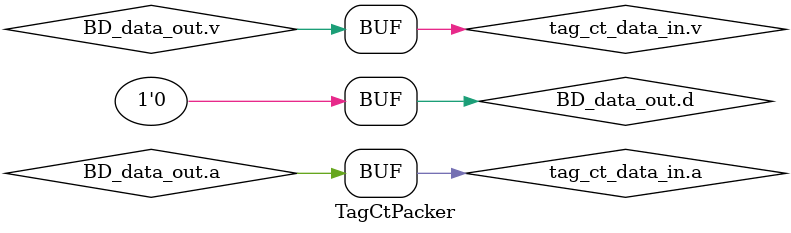
<source format=sv>
`include "Channel.svh"
`include "Interfaces.svh"

module TagCtPacker #(parameter Ntag = 11, parameter Nct = 9, parameter NBDdata = 22) (
  Channel BD_data_out,
  TagCtChannel tag_ct_data_in);

assign BD_data_out.v = tag_ct_data_in.v;
assign BD_data_out.d = {tag_ct_data_in.tag, tag_ct_data_in.ct, 1'b0}; // route "1" means "RI(input from 'router'):FIFO tag input"
assign tag_ct_data_in.a = BD_data_out.a;

endmodule
  

</source>
